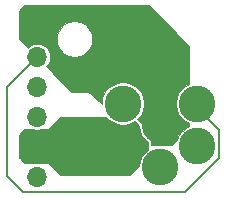
<source format=gtl>
G04 #@! TF.GenerationSoftware,KiCad,Pcbnew,5.1.5-52549c5~84~ubuntu19.10.1*
G04 #@! TF.CreationDate,2020-03-01T18:50:15+01:00*
G04 #@! TF.ProjectId,C245_conn,43323435-5f63-46f6-9e6e-2e6b69636164,rev?*
G04 #@! TF.SameCoordinates,Original*
G04 #@! TF.FileFunction,Copper,L1,Top*
G04 #@! TF.FilePolarity,Positive*
%FSLAX46Y46*%
G04 Gerber Fmt 4.6, Leading zero omitted, Abs format (unit mm)*
G04 Created by KiCad (PCBNEW 5.1.5-52549c5~84~ubuntu19.10.1) date 2020-03-01 18:50:15*
%MOMM*%
%LPD*%
G04 APERTURE LIST*
%ADD10C,3.100000*%
%ADD11O,1.700000X1.700000*%
%ADD12R,1.700000X1.700000*%
%ADD13C,0.200000*%
%ADD14C,0.100000*%
G04 APERTURE END LIST*
D10*
X111350000Y-108400000D03*
X111350000Y-112000000D03*
X117650000Y-108400000D03*
X117650000Y-112000000D03*
X114500000Y-113800000D03*
X114500000Y-110200000D03*
D11*
X104100000Y-114600000D03*
X104100000Y-112060000D03*
X104100000Y-109520000D03*
X104100000Y-106980000D03*
X104100000Y-104440000D03*
D12*
X104100000Y-101900000D03*
D13*
X117350000Y-108525000D02*
X119500000Y-110675000D01*
X119500000Y-110675000D02*
X119500000Y-113000000D01*
X116600001Y-115899999D02*
X102899999Y-115899999D01*
X119500000Y-113000000D02*
X116600001Y-115899999D01*
X102899999Y-115899999D02*
X101500000Y-114500000D01*
X101500000Y-107040000D02*
X104100000Y-104440000D01*
X101500000Y-114500000D02*
X101500000Y-107040000D01*
D14*
G36*
X110202567Y-109798151D02*
G01*
X110497380Y-109995139D01*
X110824959Y-110130827D01*
X111172716Y-110200000D01*
X111527284Y-110200000D01*
X111875041Y-110130827D01*
X112202620Y-109995139D01*
X112335585Y-109906295D01*
X112700000Y-110270710D01*
X112700000Y-110377284D01*
X112769173Y-110725041D01*
X112904861Y-111052620D01*
X113101849Y-111347433D01*
X113352567Y-111598151D01*
X113450000Y-111663254D01*
X113450000Y-112336746D01*
X113352567Y-112401849D01*
X113101849Y-112652567D01*
X112904861Y-112947380D01*
X112769173Y-113274959D01*
X112700000Y-113622716D01*
X112700000Y-113729290D01*
X112026707Y-114402583D01*
X111974184Y-114437677D01*
X111912234Y-114450000D01*
X106087766Y-114450000D01*
X106025816Y-114437677D01*
X105973293Y-114402583D01*
X105093934Y-113523224D01*
X105086358Y-113517006D01*
X105021473Y-113473651D01*
X105012828Y-113469030D01*
X105003448Y-113466185D01*
X104926911Y-113450961D01*
X104917157Y-113450000D01*
X103087766Y-113450000D01*
X103025816Y-113437677D01*
X102973293Y-113402583D01*
X102597417Y-113026707D01*
X102562323Y-112974184D01*
X102550000Y-112912234D01*
X102550000Y-111087766D01*
X102562323Y-111025816D01*
X102597417Y-110973293D01*
X102973293Y-110597417D01*
X103025816Y-110562323D01*
X103087766Y-110550000D01*
X103712203Y-110550000D01*
X103779142Y-110577727D01*
X103991659Y-110620000D01*
X104208341Y-110620000D01*
X104420858Y-110577727D01*
X104487797Y-110550000D01*
X104917157Y-110550000D01*
X104926911Y-110549039D01*
X105003448Y-110533815D01*
X105012828Y-110530970D01*
X105021473Y-110526349D01*
X105086358Y-110482994D01*
X105093934Y-110476776D01*
X105973293Y-109597417D01*
X106025816Y-109562323D01*
X106087766Y-109550000D01*
X109954416Y-109550000D01*
X110202567Y-109798151D01*
G37*
X110202567Y-109798151D02*
X110497380Y-109995139D01*
X110824959Y-110130827D01*
X111172716Y-110200000D01*
X111527284Y-110200000D01*
X111875041Y-110130827D01*
X112202620Y-109995139D01*
X112335585Y-109906295D01*
X112700000Y-110270710D01*
X112700000Y-110377284D01*
X112769173Y-110725041D01*
X112904861Y-111052620D01*
X113101849Y-111347433D01*
X113352567Y-111598151D01*
X113450000Y-111663254D01*
X113450000Y-112336746D01*
X113352567Y-112401849D01*
X113101849Y-112652567D01*
X112904861Y-112947380D01*
X112769173Y-113274959D01*
X112700000Y-113622716D01*
X112700000Y-113729290D01*
X112026707Y-114402583D01*
X111974184Y-114437677D01*
X111912234Y-114450000D01*
X106087766Y-114450000D01*
X106025816Y-114437677D01*
X105973293Y-114402583D01*
X105093934Y-113523224D01*
X105086358Y-113517006D01*
X105021473Y-113473651D01*
X105012828Y-113469030D01*
X105003448Y-113466185D01*
X104926911Y-113450961D01*
X104917157Y-113450000D01*
X103087766Y-113450000D01*
X103025816Y-113437677D01*
X102973293Y-113402583D01*
X102597417Y-113026707D01*
X102562323Y-112974184D01*
X102550000Y-112912234D01*
X102550000Y-111087766D01*
X102562323Y-111025816D01*
X102597417Y-110973293D01*
X102973293Y-110597417D01*
X103025816Y-110562323D01*
X103087766Y-110550000D01*
X103712203Y-110550000D01*
X103779142Y-110577727D01*
X103991659Y-110620000D01*
X104208341Y-110620000D01*
X104420858Y-110577727D01*
X104487797Y-110550000D01*
X104917157Y-110550000D01*
X104926911Y-110549039D01*
X105003448Y-110533815D01*
X105012828Y-110530970D01*
X105021473Y-110526349D01*
X105086358Y-110482994D01*
X105093934Y-110476776D01*
X105973293Y-109597417D01*
X106025816Y-109562323D01*
X106087766Y-109550000D01*
X109954416Y-109550000D01*
X110202567Y-109798151D01*
G36*
X113526707Y-100097417D02*
G01*
X116902583Y-103473293D01*
X116937677Y-103525816D01*
X116950000Y-103587766D01*
X116950000Y-106741644D01*
X116797380Y-106804861D01*
X116502567Y-107001849D01*
X116251849Y-107252567D01*
X116054861Y-107547380D01*
X115919173Y-107874959D01*
X115850000Y-108222716D01*
X115850000Y-108577284D01*
X115919173Y-108925041D01*
X116054861Y-109252620D01*
X116251849Y-109547433D01*
X116502567Y-109798151D01*
X116797380Y-109995139D01*
X116950000Y-110058356D01*
X116950000Y-110341644D01*
X116797380Y-110404861D01*
X116502567Y-110601849D01*
X116251849Y-110852567D01*
X116054861Y-111147380D01*
X115919173Y-111474959D01*
X115910443Y-111518847D01*
X115526707Y-111902583D01*
X115474184Y-111937677D01*
X115412234Y-111950000D01*
X113750000Y-111950000D01*
X113750000Y-111082843D01*
X113745196Y-111034071D01*
X113729972Y-110957534D01*
X113715746Y-110910635D01*
X113692643Y-110867413D01*
X113649288Y-110802528D01*
X113618198Y-110764644D01*
X112574569Y-109721015D01*
X112748151Y-109547433D01*
X112945139Y-109252620D01*
X113080827Y-108925041D01*
X113150000Y-108577284D01*
X113150000Y-108222716D01*
X113080827Y-107874959D01*
X112945139Y-107547380D01*
X112748151Y-107252567D01*
X112497433Y-107001849D01*
X112202620Y-106804861D01*
X111875041Y-106669173D01*
X111527284Y-106600000D01*
X111172716Y-106600000D01*
X110824959Y-106669173D01*
X110497380Y-106804861D01*
X110202567Y-107001849D01*
X109951849Y-107252567D01*
X109754861Y-107547380D01*
X109619173Y-107874959D01*
X109550000Y-108222716D01*
X109550000Y-108479290D01*
X108593934Y-107523224D01*
X108586358Y-107517006D01*
X108521473Y-107473651D01*
X108512828Y-107469030D01*
X108503448Y-107466185D01*
X108426911Y-107450961D01*
X108417157Y-107450000D01*
X107087766Y-107450000D01*
X107025816Y-107437677D01*
X106973293Y-107402583D01*
X104833172Y-105262462D01*
X104954425Y-105141209D01*
X105074807Y-104961045D01*
X105157727Y-104760858D01*
X105200000Y-104548341D01*
X105200000Y-104331659D01*
X105157727Y-104119142D01*
X105074807Y-103918955D01*
X104954425Y-103738791D01*
X104801209Y-103585575D01*
X104621045Y-103465193D01*
X104420858Y-103382273D01*
X104208341Y-103340000D01*
X103991659Y-103340000D01*
X103779142Y-103382273D01*
X103578955Y-103465193D01*
X103398791Y-103585575D01*
X103277538Y-103706828D01*
X102597417Y-103026707D01*
X102562323Y-102974184D01*
X102550000Y-102912234D01*
X102550000Y-102802263D01*
X105750000Y-102802263D01*
X105750000Y-103097737D01*
X105807644Y-103387534D01*
X105920717Y-103660517D01*
X106084874Y-103906194D01*
X106293806Y-104115126D01*
X106539483Y-104279283D01*
X106812466Y-104392356D01*
X107102263Y-104450000D01*
X107397737Y-104450000D01*
X107687534Y-104392356D01*
X107960517Y-104279283D01*
X108206194Y-104115126D01*
X108415126Y-103906194D01*
X108579283Y-103660517D01*
X108692356Y-103387534D01*
X108750000Y-103097737D01*
X108750000Y-102802263D01*
X108692356Y-102512466D01*
X108579283Y-102239483D01*
X108415126Y-101993806D01*
X108206194Y-101784874D01*
X107960517Y-101620717D01*
X107687534Y-101507644D01*
X107397737Y-101450000D01*
X107102263Y-101450000D01*
X106812466Y-101507644D01*
X106539483Y-101620717D01*
X106293806Y-101784874D01*
X106084874Y-101993806D01*
X105920717Y-102239483D01*
X105807644Y-102512466D01*
X105750000Y-102802263D01*
X102550000Y-102802263D01*
X102550000Y-100587766D01*
X102562323Y-100525816D01*
X102597417Y-100473293D01*
X102973293Y-100097417D01*
X103006843Y-100075000D01*
X113493157Y-100075000D01*
X113526707Y-100097417D01*
G37*
X113526707Y-100097417D02*
X116902583Y-103473293D01*
X116937677Y-103525816D01*
X116950000Y-103587766D01*
X116950000Y-106741644D01*
X116797380Y-106804861D01*
X116502567Y-107001849D01*
X116251849Y-107252567D01*
X116054861Y-107547380D01*
X115919173Y-107874959D01*
X115850000Y-108222716D01*
X115850000Y-108577284D01*
X115919173Y-108925041D01*
X116054861Y-109252620D01*
X116251849Y-109547433D01*
X116502567Y-109798151D01*
X116797380Y-109995139D01*
X116950000Y-110058356D01*
X116950000Y-110341644D01*
X116797380Y-110404861D01*
X116502567Y-110601849D01*
X116251849Y-110852567D01*
X116054861Y-111147380D01*
X115919173Y-111474959D01*
X115910443Y-111518847D01*
X115526707Y-111902583D01*
X115474184Y-111937677D01*
X115412234Y-111950000D01*
X113750000Y-111950000D01*
X113750000Y-111082843D01*
X113745196Y-111034071D01*
X113729972Y-110957534D01*
X113715746Y-110910635D01*
X113692643Y-110867413D01*
X113649288Y-110802528D01*
X113618198Y-110764644D01*
X112574569Y-109721015D01*
X112748151Y-109547433D01*
X112945139Y-109252620D01*
X113080827Y-108925041D01*
X113150000Y-108577284D01*
X113150000Y-108222716D01*
X113080827Y-107874959D01*
X112945139Y-107547380D01*
X112748151Y-107252567D01*
X112497433Y-107001849D01*
X112202620Y-106804861D01*
X111875041Y-106669173D01*
X111527284Y-106600000D01*
X111172716Y-106600000D01*
X110824959Y-106669173D01*
X110497380Y-106804861D01*
X110202567Y-107001849D01*
X109951849Y-107252567D01*
X109754861Y-107547380D01*
X109619173Y-107874959D01*
X109550000Y-108222716D01*
X109550000Y-108479290D01*
X108593934Y-107523224D01*
X108586358Y-107517006D01*
X108521473Y-107473651D01*
X108512828Y-107469030D01*
X108503448Y-107466185D01*
X108426911Y-107450961D01*
X108417157Y-107450000D01*
X107087766Y-107450000D01*
X107025816Y-107437677D01*
X106973293Y-107402583D01*
X104833172Y-105262462D01*
X104954425Y-105141209D01*
X105074807Y-104961045D01*
X105157727Y-104760858D01*
X105200000Y-104548341D01*
X105200000Y-104331659D01*
X105157727Y-104119142D01*
X105074807Y-103918955D01*
X104954425Y-103738791D01*
X104801209Y-103585575D01*
X104621045Y-103465193D01*
X104420858Y-103382273D01*
X104208341Y-103340000D01*
X103991659Y-103340000D01*
X103779142Y-103382273D01*
X103578955Y-103465193D01*
X103398791Y-103585575D01*
X103277538Y-103706828D01*
X102597417Y-103026707D01*
X102562323Y-102974184D01*
X102550000Y-102912234D01*
X102550000Y-102802263D01*
X105750000Y-102802263D01*
X105750000Y-103097737D01*
X105807644Y-103387534D01*
X105920717Y-103660517D01*
X106084874Y-103906194D01*
X106293806Y-104115126D01*
X106539483Y-104279283D01*
X106812466Y-104392356D01*
X107102263Y-104450000D01*
X107397737Y-104450000D01*
X107687534Y-104392356D01*
X107960517Y-104279283D01*
X108206194Y-104115126D01*
X108415126Y-103906194D01*
X108579283Y-103660517D01*
X108692356Y-103387534D01*
X108750000Y-103097737D01*
X108750000Y-102802263D01*
X108692356Y-102512466D01*
X108579283Y-102239483D01*
X108415126Y-101993806D01*
X108206194Y-101784874D01*
X107960517Y-101620717D01*
X107687534Y-101507644D01*
X107397737Y-101450000D01*
X107102263Y-101450000D01*
X106812466Y-101507644D01*
X106539483Y-101620717D01*
X106293806Y-101784874D01*
X106084874Y-101993806D01*
X105920717Y-102239483D01*
X105807644Y-102512466D01*
X105750000Y-102802263D01*
X102550000Y-102802263D01*
X102550000Y-100587766D01*
X102562323Y-100525816D01*
X102597417Y-100473293D01*
X102973293Y-100097417D01*
X103006843Y-100075000D01*
X113493157Y-100075000D01*
X113526707Y-100097417D01*
M02*

</source>
